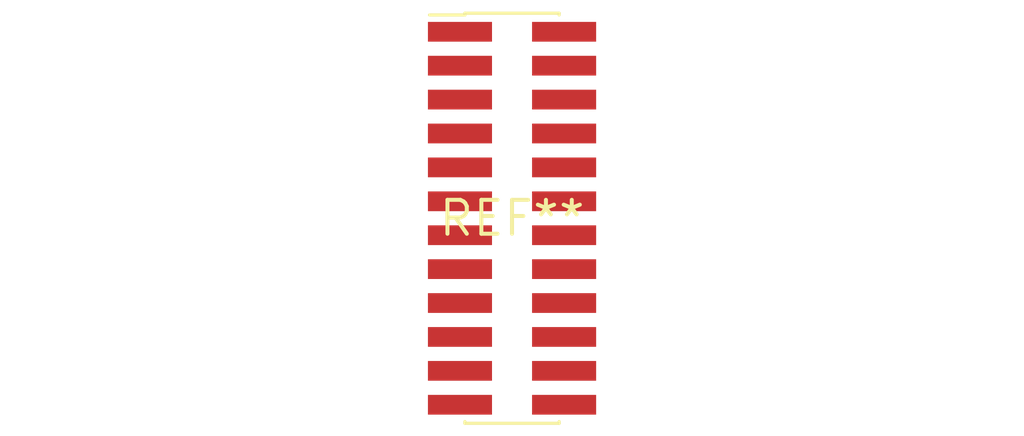
<source format=kicad_pcb>
(kicad_pcb (version 20240108) (generator pcbnew)
  (layers (0 "F.Cu" signal) (31 "B.Cu" signal) (34 "B.Paste" user) (35 "F.Paste" user) (36 "B.SilkS" user "B.Silkscreen") (37 "F.SilkS" user "F.Silkscreen") (38 "B.Mask" user) (39 "F.Mask" user) (44 "Edge.Cuts" user))
  (net 0 "")
  (footprint "PinHeader_2x12_P1.27mm_Vertical_SMD" (layer "F.Cu") (at 0 0)
    (property "Reference" "REF**")
    (property "Value" "PinHeader_2x12_P1.27mm_Vertical_SMD")
    (fp_line (start -3.09 -7.615) (end -1.765 -7.615) (layer "F.SilkS") (stroke (width 0.12)))
    (fp_line (start -1.765 -7.68) (end -1.765 -7.615) (layer "F.SilkS") (stroke (width 0.12)))
    (fp_line (start -1.765 -7.68) (end 1.765 -7.68) (layer "F.SilkS") (stroke (width 0.12)))
    (fp_line (start -1.765 7.615) (end -1.765 7.68) (layer "F.SilkS") (stroke (width 0.12)))
    (fp_line (start -1.765 7.68) (end 1.765 7.68) (layer "F.SilkS") (stroke (width 0.12)))
    (fp_line (start 1.765 -7.68) (end 1.765 -7.615) (layer "F.SilkS") (stroke (width 0.12)))
    (fp_line (start 1.765 7.615) (end 1.765 7.68) (layer "F.SilkS") (stroke (width 0.12)))
    (pad "1" smd rect (at -1.95 -6.985) (size 2.4 0.74) (layers "F.Cu" "F.Paste" "F.Mask"))
    (pad "2" smd rect (at 1.95 -6.985) (size 2.4 0.74) (layers "F.Cu" "F.Paste" "F.Mask"))
    (pad "3" smd rect (at -1.95 -5.715) (size 2.4 0.74) (layers "F.Cu" "F.Paste" "F.Mask"))
    (pad "4" smd rect (at 1.95 -5.715) (size 2.4 0.74) (layers "F.Cu" "F.Paste" "F.Mask"))
    (pad "5" smd rect (at -1.95 -4.445) (size 2.4 0.74) (layers "F.Cu" "F.Paste" "F.Mask"))
    (pad "6" smd rect (at 1.95 -4.445) (size 2.4 0.74) (layers "F.Cu" "F.Paste" "F.Mask"))
    (pad "7" smd rect (at -1.95 -3.175) (size 2.4 0.74) (layers "F.Cu" "F.Paste" "F.Mask"))
    (pad "8" smd rect (at 1.95 -3.175) (size 2.4 0.74) (layers "F.Cu" "F.Paste" "F.Mask"))
    (pad "9" smd rect (at -1.95 -1.905) (size 2.4 0.74) (layers "F.Cu" "F.Paste" "F.Mask"))
    (pad "10" smd rect (at 1.95 -1.905) (size 2.4 0.74) (layers "F.Cu" "F.Paste" "F.Mask"))
    (pad "11" smd rect (at -1.95 -0.635) (size 2.4 0.74) (layers "F.Cu" "F.Paste" "F.Mask"))
    (pad "12" smd rect (at 1.95 -0.635) (size 2.4 0.74) (layers "F.Cu" "F.Paste" "F.Mask"))
    (pad "13" smd rect (at -1.95 0.635) (size 2.4 0.74) (layers "F.Cu" "F.Paste" "F.Mask"))
    (pad "14" smd rect (at 1.95 0.635) (size 2.4 0.74) (layers "F.Cu" "F.Paste" "F.Mask"))
    (pad "15" smd rect (at -1.95 1.905) (size 2.4 0.74) (layers "F.Cu" "F.Paste" "F.Mask"))
    (pad "16" smd rect (at 1.95 1.905) (size 2.4 0.74) (layers "F.Cu" "F.Paste" "F.Mask"))
    (pad "17" smd rect (at -1.95 3.175) (size 2.4 0.74) (layers "F.Cu" "F.Paste" "F.Mask"))
    (pad "18" smd rect (at 1.95 3.175) (size 2.4 0.74) (layers "F.Cu" "F.Paste" "F.Mask"))
    (pad "19" smd rect (at -1.95 4.445) (size 2.4 0.74) (layers "F.Cu" "F.Paste" "F.Mask"))
    (pad "20" smd rect (at 1.95 4.445) (size 2.4 0.74) (layers "F.Cu" "F.Paste" "F.Mask"))
    (pad "21" smd rect (at -1.95 5.715) (size 2.4 0.74) (layers "F.Cu" "F.Paste" "F.Mask"))
    (pad "22" smd rect (at 1.95 5.715) (size 2.4 0.74) (layers "F.Cu" "F.Paste" "F.Mask"))
    (pad "23" smd rect (at -1.95 6.985) (size 2.4 0.74) (layers "F.Cu" "F.Paste" "F.Mask"))
    (pad "24" smd rect (at 1.95 6.985) (size 2.4 0.74) (layers "F.Cu" "F.Paste" "F.Mask"))
  )
)
</source>
